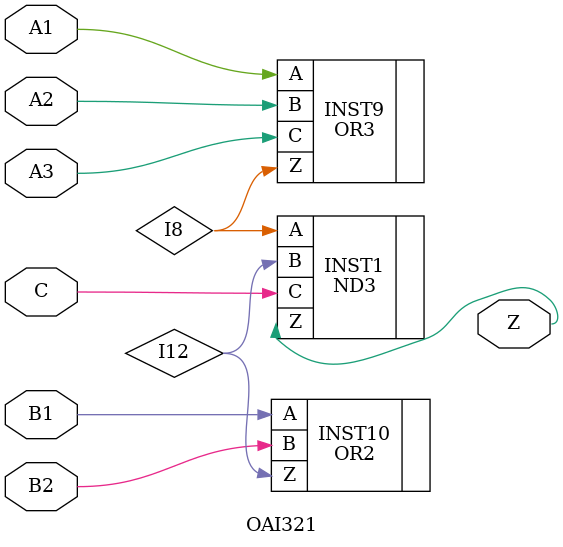
<source format=v>
`timescale 1 ns / 100 ps

/* Created by DB2VERILOG Version 1.2.0.2 on Fri Aug  5 11:15:26 1994 */
/* module compiled from "lsl2db 4.0.3" run */

module OAI321 (A1, A2, A3, B1, B2, C, Z);
input  A1, A2, A3, B1, B2, C;
output Z;
ND3 INST1 (.A(I8), .B(I12), .C(C), .Z(Z));
OR2 INST10 (.A(B1), .B(B2), .Z(I12));
OR3 INST9 (.A(A1), .B(A2), .C(A3), .Z(I8));

endmodule


</source>
